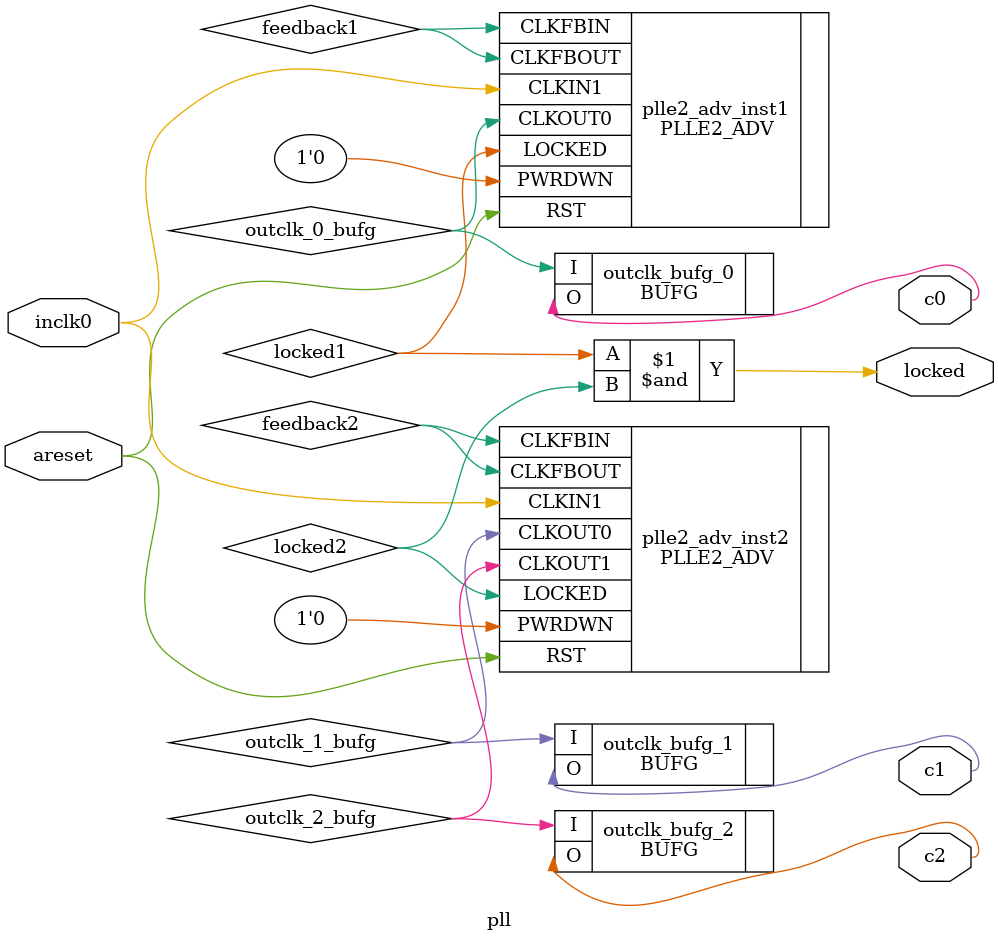
<source format=v>
`timescale 1 ps / 1 ps

module pll (
	areset,
	inclk0,
	c0,
	c1,
	c2,
	locked);

	input	  areset;
	input	  inclk0;
	output	  c0;
	output	  c1;
	output	  c2;
	output	  locked;

	wire feedback1;
	wire feedback2;

	wire outclk_0_bufg;
	wire outclk_1_bufg;
	wire outclk_2_bufg;
	wire locked1;
	wire locked2;

	PLLE2_ADV #(
		.CLKFBOUT_MULT(6'd24),
		.CLKIN1_PERIOD(20.0),
		.CLKOUT0_DIVIDE(7'd25),
		.CLKOUT0_PHASE(1'd0),
		.DIVCLK_DIVIDE(1'd1),
		.REF_JITTER1(0.01),
		.STARTUP_WAIT("FALSE")
	) plle2_adv_inst1 (
		.CLKFBIN(feedback1),
		.CLKIN1(inclk0),
		.PWRDWN(1'b0),
		.RST(areset),
		.CLKFBOUT(feedback1),
		.CLKOUT0(outclk_0_bufg),
		.LOCKED(locked1)
	);

	PLLE2_ADV #(
		.CLKFBOUT_MULT(6'd53),
		.CLKIN1_PERIOD(20.0),
		.CLKOUT0_DIVIDE(7'd21),
		.CLKOUT0_PHASE(1'd0),
		.CLKOUT1_DIVIDE(7'd42),
		.CLKOUT1_PHASE(1'd0),
		.DIVCLK_DIVIDE(8'd2),
		.REF_JITTER1(0.01),
		.STARTUP_WAIT("FALSE")
	) plle2_adv_inst2 (
		.CLKFBIN(feedback2),
		.CLKIN1(inclk0),
		.PWRDWN(1'b0),
		.RST(areset),
		.CLKFBOUT(feedback2),
		.CLKOUT0(outclk_1_bufg),
		.CLKOUT1(outclk_2_bufg),
		.LOCKED(locked2)
	);

	BUFG outclk_bufg_0 (.I(outclk_0_bufg), .O(c0));
	BUFG outclk_bufg_1 (.I(outclk_1_bufg), .O(c1));	
	BUFG outclk_bufg_2 (.I(outclk_2_bufg), .O(c2));	

	assign locked = locked1 & locked2;

endmodule
</source>
